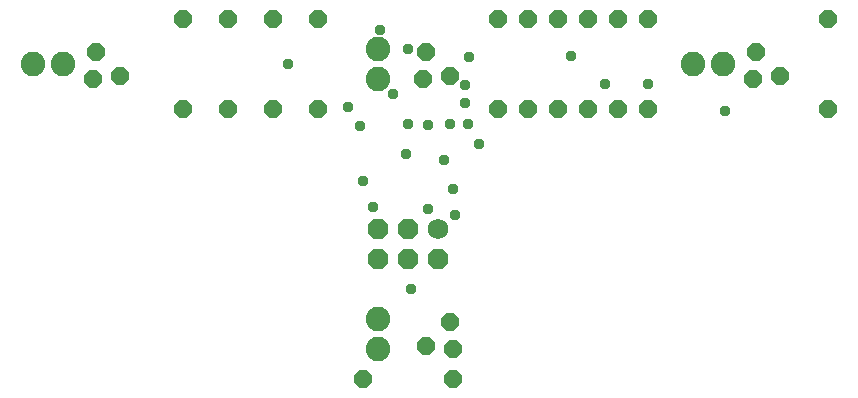
<source format=gbs>
G75*
%MOIN*%
%OFA0B0*%
%FSLAX25Y25*%
%IPPOS*%
%LPD*%
%AMOC8*
5,1,8,0,0,1.08239X$1,22.5*
%
%ADD10OC8,0.06000*%
%ADD11C,0.06800*%
%ADD12OC8,0.06800*%
%ADD13C,0.08200*%
%ADD14C,0.03778*%
D10*
X0167000Y0047000D03*
X0188000Y0058000D03*
X0197000Y0057000D03*
X0196000Y0066000D03*
X0197000Y0047000D03*
X0212000Y0137000D03*
X0222000Y0137000D03*
X0232000Y0137000D03*
X0242000Y0137000D03*
X0252000Y0137000D03*
X0262000Y0137000D03*
X0297000Y0147000D03*
X0306000Y0148000D03*
X0298000Y0156000D03*
X0322000Y0167000D03*
X0322000Y0137000D03*
X0262000Y0167000D03*
X0252000Y0167000D03*
X0242000Y0167000D03*
X0232000Y0167000D03*
X0222000Y0167000D03*
X0212000Y0167000D03*
X0188000Y0156000D03*
X0196000Y0148000D03*
X0187000Y0147000D03*
X0152000Y0137000D03*
X0137000Y0137000D03*
X0122000Y0137000D03*
X0107000Y0137000D03*
X0086000Y0148000D03*
X0077000Y0147000D03*
X0078000Y0156000D03*
X0107000Y0167000D03*
X0122000Y0167000D03*
X0137000Y0167000D03*
X0152000Y0167000D03*
D11*
X0192000Y0097000D03*
D12*
X0182000Y0097000D03*
X0172000Y0097000D03*
X0172000Y0087000D03*
X0182000Y0087000D03*
X0192000Y0087000D03*
D13*
X0172000Y0067000D03*
X0172000Y0057000D03*
X0172000Y0147000D03*
X0172000Y0157000D03*
X0067000Y0152000D03*
X0057000Y0152000D03*
X0277000Y0152000D03*
X0287000Y0152000D03*
D14*
X0262200Y0145400D03*
X0247800Y0145400D03*
X0236500Y0154611D03*
X0202500Y0154200D03*
X0201047Y0145015D03*
X0201200Y0138900D03*
X0202000Y0132000D03*
X0196178Y0132000D03*
X0188600Y0131600D03*
X0182000Y0132000D03*
X0166100Y0131400D03*
X0162000Y0137700D03*
X0177000Y0142000D03*
X0182000Y0157000D03*
X0172900Y0163300D03*
X0142000Y0152000D03*
X0181552Y0122021D03*
X0194119Y0119892D03*
X0205833Y0125362D03*
X0197108Y0110100D03*
X0188700Y0103500D03*
X0197797Y0101515D03*
X0170400Y0104300D03*
X0167200Y0112900D03*
X0183000Y0077000D03*
X0287600Y0136100D03*
M02*

</source>
